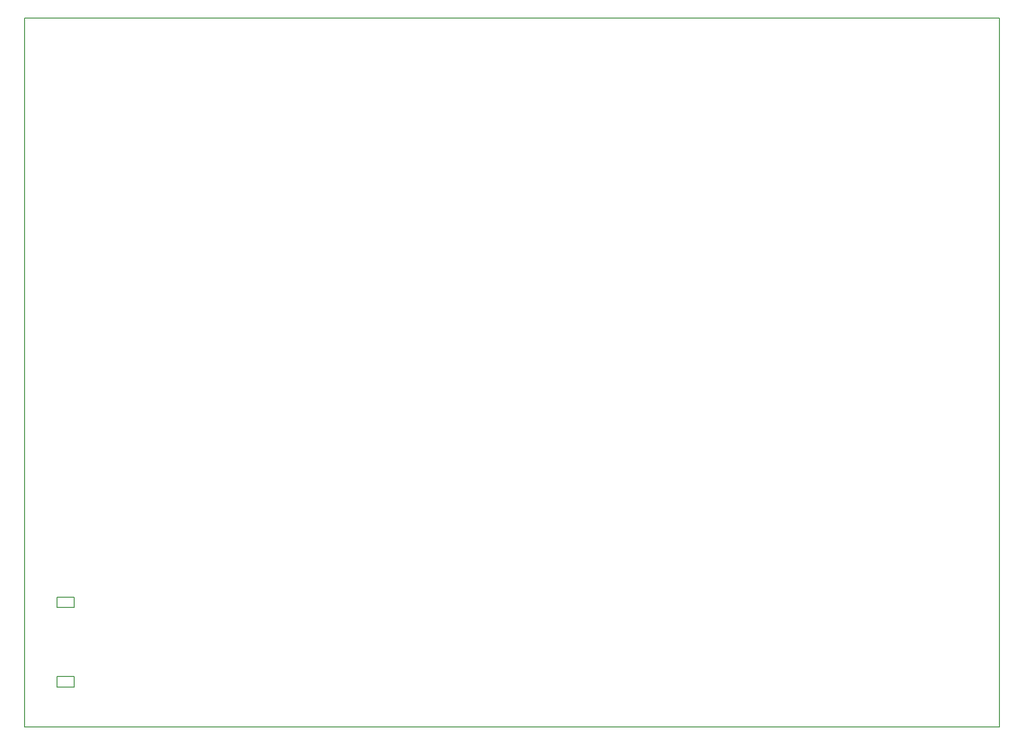
<source format=gbr>
%TF.GenerationSoftware,KiCad,Pcbnew,6.0.6-3a73a75311~116~ubuntu20.04.1*%
%TF.CreationDate,2022-07-25T20:16:29+02:00*%
%TF.ProjectId,rgb-board,7267622d-626f-4617-9264-2e6b69636164,rev?*%
%TF.SameCoordinates,Original*%
%TF.FileFunction,Profile,NP*%
%FSLAX46Y46*%
G04 Gerber Fmt 4.6, Leading zero omitted, Abs format (unit mm)*
G04 Created by KiCad (PCBNEW 6.0.6-3a73a75311~116~ubuntu20.04.1) date 2022-07-25 20:16:29*
%MOMM*%
%LPD*%
G01*
G04 APERTURE LIST*
%TA.AperFunction,Profile*%
%ADD10C,0.150000*%
%TD*%
G04 APERTURE END LIST*
D10*
X49825000Y-159900000D02*
X49825000Y-30400000D01*
X227825000Y-30400000D02*
X49825000Y-30400000D01*
X58850000Y-150700000D02*
X58850000Y-152600000D01*
X227825000Y-159900000D02*
X227825000Y-30400000D01*
X55700000Y-150750000D02*
X55700000Y-150700000D01*
X55700000Y-136250000D02*
X55700000Y-138100000D01*
X55700000Y-150750000D02*
X55700000Y-152600000D01*
X55700000Y-136250000D02*
X55700000Y-136200000D01*
X55700000Y-152600000D02*
X58850000Y-152600000D01*
X55700000Y-138100000D02*
X58850000Y-138100000D01*
X58850000Y-136200000D02*
X58850000Y-138100000D01*
X55700000Y-136200000D02*
X58850000Y-136200000D01*
X227825000Y-159900000D02*
X49825000Y-159900000D01*
X55700000Y-150700000D02*
X58850000Y-150700000D01*
M02*

</source>
